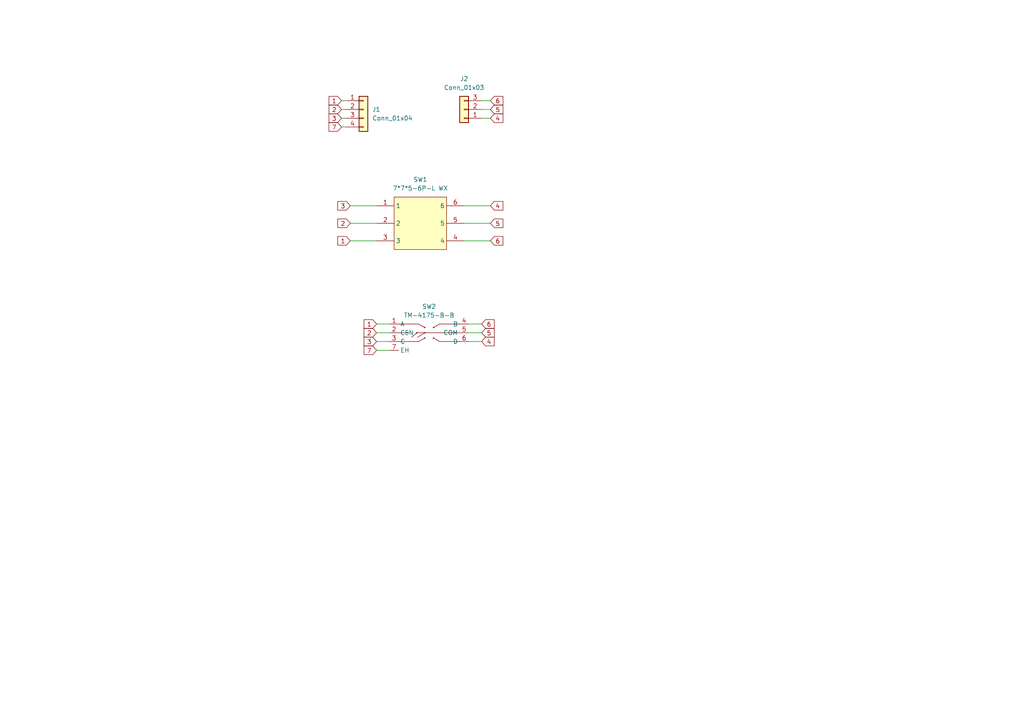
<source format=kicad_sch>
(kicad_sch (version 20231120) (generator "eeschema") (generator_version "8.0")
  (paper "A4")
  (lib_symbols
    (symbol "Connector_Generic:Conn_01x03" (pin_names (offset 1.016) hide)
      (property "Reference" "J" (at 0 5.08 0))
      (property "Value" "Conn_01x03" (at 0 -5.08 0))
      (symbol "Conn_01x03_1_1"
        (rectangle (start -1.27 -2.413) (end 0 -2.667) (stroke (width 0.1524)))
        (rectangle (start -1.27 0.127) (end 0 -0.127) (stroke (width 0.1524)))
        (rectangle (start -1.27 2.667) (end 0 2.413) (stroke (width 0.1524)))
        (rectangle (start -1.27 3.81) (end 1.27 -3.81) (stroke (width 0.254)) (fill (type background)))
        (pin passive line (at -5.08 2.54 0) (length 3.81) (name "Pin_1") (number "1"))
        (pin passive line (at -5.08 0 0) (length 3.81) (name "Pin_2") (number "2"))
        (pin passive line (at -5.08 -2.54 0) (length 3.81) (name "Pin_3") (number "3"))
      )
    )
    (symbol "Connector_Generic:Conn_01x04" (pin_names (offset 1.016) hide)
      (property "Reference" "J" (at 0 5.08 0))
      (property "Value" "Conn_01x04" (at 0 -7.62 0))
      (symbol "Conn_01x04_1_1"
        (rectangle (start -1.27 -4.953) (end 0 -5.207) (stroke (width 0.1524)))
        (rectangle (start -1.27 -2.413) (end 0 -2.667) (stroke (width 0.1524)))
        (rectangle (start -1.27 0.127) (end 0 -0.127) (stroke (width 0.1524)))
        (rectangle (start -1.27 2.667) (end 0 2.413) (stroke (width 0.1524)))
        (rectangle (start -1.27 3.81) (end 1.27 -6.35) (stroke (width 0.254)) (fill (type background)))
        (pin passive line (at -5.08 2.54 0) (length 3.81) (name "Pin_1") (number "1"))
        (pin passive line (at -5.08 0 0) (length 3.81) (name "Pin_2") (number "2"))
        (pin passive line (at -5.08 -2.54 0) (length 3.81) (name "Pin_3") (number "3"))
        (pin passive line (at -5.08 -5.08 0) (length 3.81) (name "Pin_4") (number "4"))
      )
    )
    (symbol "projectlib:7*7*5-6P-LWX"
      (property "Reference" "SW" (at 0 10.16 0))
      (property "Value" "7*7*5-6P-L WX" (at 0 -10.16 0))
      (symbol "7*7*5-6P-LWX_0_1"
        (rectangle (start -7.62 7.62) (end 7.62 -7.62) (fill (type background)))
        (pin unspecified line (at -12.7 5.08 0) (length 5.08) (name "1") (number "1"))
        (pin unspecified line (at -12.7 0 0) (length 5.08) (name "2") (number "2"))
        (pin unspecified line (at -12.7 -5.08 0) (length 5.08) (name "3") (number "3"))
        (pin unspecified line (at 12.7 -5.08 180) (length 5.08) (name "4") (number "4"))
        (pin unspecified line (at 12.7 0 180) (length 5.08) (name "5") (number "5"))
        (pin unspecified line (at 12.7 5.08 180) (length 5.08) (name "6") (number "6"))
      )
    )
    (symbol "projectlib:TM-4175-B-B"
      (property "Reference" "SW" (at 0 8.89 0))
      (property "Value" "TM-4175-B-B" (at 0 -8.89 0))
      (symbol "TM-4175-B-B_0_1"
        (circle (center -2.54 -2.79) (radius 0.13))
        (circle (center -2.54 0.25) (radius 0.13))
        (circle (center 0 -2.79) (radius 0.13))
        (circle (center 0 -1.27) (radius 0.13))
        (polyline (pts (xy -10.16 -1.27) (xy 0 -1.27)))
        (polyline (pts (xy 0 -1.27) (xy 2.03 0)))
        (polyline (pts (xy 0 -1.27) (xy 2.29 -1.27)))
        (polyline (pts (xy 2.29 -1.27) (xy 3.81 0)))
        (polyline (pts (xy 7.62 -1.27) (xy 4.83 -1.27)))
        (polyline (pts (xy -10.16 -3.81) (xy -4.32 -3.81) (xy -2.54 -2.79)))
        (polyline (pts (xy -10.16 1.27) (xy -4.32 1.27) (xy -2.54 0.25)))
        (polyline (pts (xy 7.62 -3.81) (xy 1.78 -3.81) (xy 0 -2.79)))
        (polyline (pts (xy 7.62 1.27) (xy 1.78 1.27) (xy 0 0.25)))
        (circle (center 0 0.25) (radius 0.13))
        (circle (center 2.29 -1.27) (radius 0.13))
        (circle (center 4.83 -1.27) (radius 0.13))
        (pin unspecified line (at 10.16 -3.81 180) (length 2.54) (name "A") (number "1"))
        (pin unspecified line (at 10.16 -1.27 180) (length 2.54) (name "CEN") (number "2"))
        (pin unspecified line (at 10.16 1.27 180) (length 2.54) (name "C") (number "3"))
        (pin unspecified line (at -12.7 -3.81 0) (length 2.54) (name "B") (number "4"))
        (pin unspecified line (at -12.7 -1.27 0) (length 2.54) (name "COM") (number "5"))
        (pin unspecified line (at -12.7 1.27 0) (length 2.54) (name "D") (number "6"))
        (pin unspecified line (at 10.16 3.81 180) (length 2.54) (name "EH") (number "7"))
      )
    )
  )
  (wire (pts (xy 134.62 64.77) (xy 142.24 64.77)))
  (wire (pts (xy 101.6 64.77) (xy 109.22 64.77)))
  (wire (pts (xy 101.6 59.69) (xy 109.22 59.69)))
  (wire (pts (xy 99.06 31.75) (xy 100.33 31.75)))
  (wire (pts (xy 99.06 29.21) (xy 100.33 29.21)))
  (wire (pts (xy 139.7 31.75) (xy 142.24 31.75)))
  (wire (pts (xy 134.62 69.85) (xy 142.24 69.85)))
  (wire (pts (xy 139.7 34.29) (xy 142.24 34.29)))
  (wire (pts (xy 99.06 36.83) (xy 100.33 36.83)))
  (wire (pts (xy 109.22 96.52) (xy 113.03 96.52)))
  (wire (pts (xy 139.7 29.21) (xy 142.24 29.21)))
  (wire (pts (xy 135.89 93.98) (xy 139.7 93.98)))
  (wire (pts (xy 109.22 93.98) (xy 113.03 93.98)))
  (wire (pts (xy 99.06 34.29) (xy 100.33 34.29)))
  (wire (pts (xy 101.6 69.85) (xy 109.22 69.85)))
  (wire (pts (xy 109.22 101.6) (xy 113.03 101.6)))
  (wire (pts (xy 134.62 59.69) (xy 142.24 59.69)))
  (wire (pts (xy 135.89 96.52) (xy 139.7 96.52)))
  (wire (pts (xy 109.22 99.06) (xy 113.03 99.06)))
  (wire (pts (xy 135.89 99.06) (xy 139.7 99.06)))
  (global_label "7" (shape input) (at 99.06 36.83 180) (property "Intersheetrefs" "${INTERSHEET_REFS}" (effects (hide yes))))
  (global_label "1" (shape input) (at 99.06 29.21 180) (property "Intersheetrefs" "${INTERSHEET_REFS}" (effects (hide yes))))
  (global_label "4" (shape input) (at 139.7 99.06 0) (property "Intersheetrefs" "${INTERSHEET_REFS}" (effects (hide yes))))
  (global_label "3" (shape input) (at 101.6 59.69 180) (property "Intersheetrefs" "${INTERSHEET_REFS}" (effects (hide yes))))
  (global_label "6" (shape input) (at 142.24 69.85 0) (property "Intersheetrefs" "${INTERSHEET_REFS}" (effects (hide yes))))
  (global_label "6" (shape input) (at 142.24 29.21 0) (property "Intersheetrefs" "${INTERSHEET_REFS}" (effects (hide yes))))
  (global_label "2" (shape input) (at 109.22 96.52 180) (property "Intersheetrefs" "${INTERSHEET_REFS}" (effects (hide yes))))
  (global_label "7" (shape input) (at 109.22 101.6 180) (property "Intersheetrefs" "${INTERSHEET_REFS}" (effects (hide yes))))
  (global_label "2" (shape input) (at 101.6 64.77 180) (property "Intersheetrefs" "${INTERSHEET_REFS}" (effects (hide yes))))
  (global_label "5" (shape input) (at 139.7 96.52 0) (property "Intersheetrefs" "${INTERSHEET_REFS}" (effects (hide yes))))
  (global_label "3" (shape input) (at 109.22 99.06 180) (property "Intersheetrefs" "${INTERSHEET_REFS}" (effects (hide yes))))
  (global_label "3" (shape input) (at 99.06 34.29 180) (property "Intersheetrefs" "${INTERSHEET_REFS}" (effects (hide yes))))
  (global_label "2" (shape input) (at 99.06 31.75 180) (property "Intersheetrefs" "${INTERSHEET_REFS}" (effects (hide yes))))
  (global_label "1" (shape input) (at 101.6 69.85 180) (property "Intersheetrefs" "${INTERSHEET_REFS}" (effects (hide yes))))
  (global_label "5" (shape input) (at 142.24 31.75 0) (property "Intersheetrefs" "${INTERSHEET_REFS}" (effects (hide yes))))
  (global_label "5" (shape input) (at 142.24 64.77 0) (property "Intersheetrefs" "${INTERSHEET_REFS}" (effects (hide yes))))
  (global_label "4" (shape input) (at 142.24 59.69 0) (property "Intersheetrefs" "${INTERSHEET_REFS}" (effects (hide yes))))
  (global_label "4" (shape input) (at 142.24 34.29 0) (property "Intersheetrefs" "${INTERSHEET_REFS}" (effects (hide yes))))
  (global_label "1" (shape input) (at 109.22 93.98 180) (property "Intersheetrefs" "${INTERSHEET_REFS}" (effects (hide yes))))
  (global_label "6" (shape input) (at 139.7 93.98 0) (property "Intersheetrefs" "${INTERSHEET_REFS}" (effects (hide yes))))
  (symbol (lib_id "projectlib:TM-4175-B-B") (at 123.19 97.79 180) (unit 1)
    (property "Reference" "SW2" (at 124.46 88.9 0))
    (property "Value" "TM-4175-B-B" (at 124.46 91.44 0))
    (property "Footprint" "projectlib:SW-SMD_TM-4175-B-X" (effects (hide yes)))
    (property "Datasheet" "https://lcsc.com/product-detail/Multi-Directional-Switches_XKB-Enterprise-TM-4175-B-B_C465996.html" (effects (hide yes)))
    (property "LCSC Part" "C465996" (effects (hide yes)))
  )
  (symbol (lib_id "Connector_Generic:Conn_01x04") (at 105.41 31.75 0) (unit 1)
    (property "Reference" "J1" (at 107.95 31.7499 0) (effects (justify left)))
    (property "Value" "Conn_01x04" (at 107.95 34.2899 0) (effects (justify left)))
    (property "Footprint" "Connector_PinHeader_2.54mm:PinHeader_1x04_P2.54mm_Vertical" (effects (hide yes)))
    (property "Description" "Generic connector, single row, 01x04, script generated (kicad-library-utils/schlib/autogen/connector/)" (effects (hide yes)))
  )
  (symbol (lib_id "projectlib:7*7*5-6P-LWX") (at 121.92 64.77 0) (unit 1)
    (property "Reference" "SW1" (at 121.92 52.07 0))
    (property "Value" "7*7*5-6P-L WX" (at 121.92 54.61 0))
    (property "Footprint" "projectlib:SW-SMD_8P-L7.0-W7.0-P1.40-LS7.4-TL" (effects (hide yes)))
    (property "LCSC Part" "C2858287" (effects (hide yes)))
  )
  (symbol (lib_id "Connector_Generic:Conn_01x03") (at 134.62 31.75 180) (unit 1)
    (property "Reference" "J2" (at 134.62 22.86 0))
    (property "Value" "Conn_01x03" (at 134.62 25.4 0))
    (property "Footprint" "Connector_PinHeader_2.54mm:PinHeader_1x03_P2.54mm_Vertical" (effects (hide yes)))
    (property "Description" "Generic connector, single row, 01x03, script generated (kicad-library-utils/schlib/autogen/connector/)" (effects (hide yes)))
  )
)
</source>
